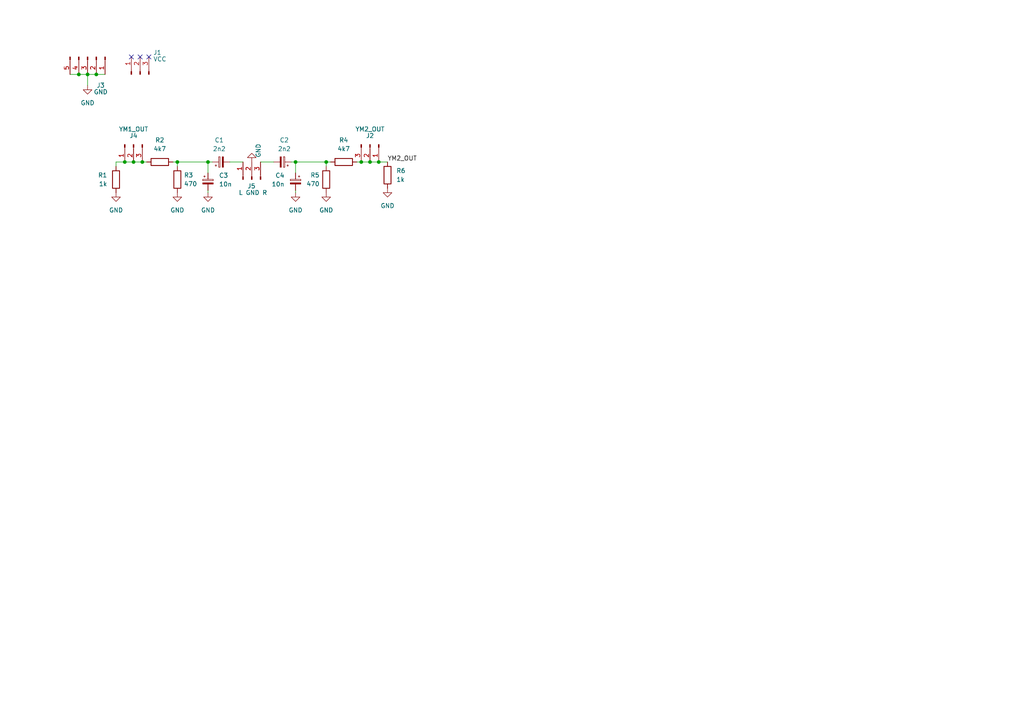
<source format=kicad_sch>
(kicad_sch (version 20211123) (generator eeschema)

  (uuid 22101a31-49a1-4bec-a161-49a31a7ce579)

  (paper "A4")

  (lib_symbols
    (symbol "Connector:Conn_01x03_Male" (pin_names (offset 1.016) hide) (in_bom yes) (on_board yes)
      (property "Reference" "J" (id 0) (at 0 5.08 0)
        (effects (font (size 1.27 1.27)))
      )
      (property "Value" "Conn_01x03_Male" (id 1) (at 0 -5.08 0)
        (effects (font (size 1.27 1.27)))
      )
      (property "Footprint" "" (id 2) (at 0 0 0)
        (effects (font (size 1.27 1.27)) hide)
      )
      (property "Datasheet" "~" (id 3) (at 0 0 0)
        (effects (font (size 1.27 1.27)) hide)
      )
      (property "ki_keywords" "connector" (id 4) (at 0 0 0)
        (effects (font (size 1.27 1.27)) hide)
      )
      (property "ki_description" "Generic connector, single row, 01x03, script generated (kicad-library-utils/schlib/autogen/connector/)" (id 5) (at 0 0 0)
        (effects (font (size 1.27 1.27)) hide)
      )
      (property "ki_fp_filters" "Connector*:*_1x??_*" (id 6) (at 0 0 0)
        (effects (font (size 1.27 1.27)) hide)
      )
      (symbol "Conn_01x03_Male_1_1"
        (polyline
          (pts
            (xy 1.27 -2.54)
            (xy 0.8636 -2.54)
          )
          (stroke (width 0.1524) (type default) (color 0 0 0 0))
          (fill (type none))
        )
        (polyline
          (pts
            (xy 1.27 0)
            (xy 0.8636 0)
          )
          (stroke (width 0.1524) (type default) (color 0 0 0 0))
          (fill (type none))
        )
        (polyline
          (pts
            (xy 1.27 2.54)
            (xy 0.8636 2.54)
          )
          (stroke (width 0.1524) (type default) (color 0 0 0 0))
          (fill (type none))
        )
        (rectangle (start 0.8636 -2.413) (end 0 -2.667)
          (stroke (width 0.1524) (type default) (color 0 0 0 0))
          (fill (type outline))
        )
        (rectangle (start 0.8636 0.127) (end 0 -0.127)
          (stroke (width 0.1524) (type default) (color 0 0 0 0))
          (fill (type outline))
        )
        (rectangle (start 0.8636 2.667) (end 0 2.413)
          (stroke (width 0.1524) (type default) (color 0 0 0 0))
          (fill (type outline))
        )
        (pin passive line (at 5.08 2.54 180) (length 3.81)
          (name "Pin_1" (effects (font (size 1.27 1.27))))
          (number "1" (effects (font (size 1.27 1.27))))
        )
        (pin passive line (at 5.08 0 180) (length 3.81)
          (name "Pin_2" (effects (font (size 1.27 1.27))))
          (number "2" (effects (font (size 1.27 1.27))))
        )
        (pin passive line (at 5.08 -2.54 180) (length 3.81)
          (name "Pin_3" (effects (font (size 1.27 1.27))))
          (number "3" (effects (font (size 1.27 1.27))))
        )
      )
    )
    (symbol "Connector:Conn_01x05_Male" (pin_names (offset 1.016) hide) (in_bom yes) (on_board yes)
      (property "Reference" "J" (id 0) (at 0 7.62 0)
        (effects (font (size 1.27 1.27)))
      )
      (property "Value" "Conn_01x05_Male" (id 1) (at 0 -7.62 0)
        (effects (font (size 1.27 1.27)))
      )
      (property "Footprint" "" (id 2) (at 0 0 0)
        (effects (font (size 1.27 1.27)) hide)
      )
      (property "Datasheet" "~" (id 3) (at 0 0 0)
        (effects (font (size 1.27 1.27)) hide)
      )
      (property "ki_keywords" "connector" (id 4) (at 0 0 0)
        (effects (font (size 1.27 1.27)) hide)
      )
      (property "ki_description" "Generic connector, single row, 01x05, script generated (kicad-library-utils/schlib/autogen/connector/)" (id 5) (at 0 0 0)
        (effects (font (size 1.27 1.27)) hide)
      )
      (property "ki_fp_filters" "Connector*:*_1x??_*" (id 6) (at 0 0 0)
        (effects (font (size 1.27 1.27)) hide)
      )
      (symbol "Conn_01x05_Male_1_1"
        (polyline
          (pts
            (xy 1.27 -5.08)
            (xy 0.8636 -5.08)
          )
          (stroke (width 0.1524) (type default) (color 0 0 0 0))
          (fill (type none))
        )
        (polyline
          (pts
            (xy 1.27 -2.54)
            (xy 0.8636 -2.54)
          )
          (stroke (width 0.1524) (type default) (color 0 0 0 0))
          (fill (type none))
        )
        (polyline
          (pts
            (xy 1.27 0)
            (xy 0.8636 0)
          )
          (stroke (width 0.1524) (type default) (color 0 0 0 0))
          (fill (type none))
        )
        (polyline
          (pts
            (xy 1.27 2.54)
            (xy 0.8636 2.54)
          )
          (stroke (width 0.1524) (type default) (color 0 0 0 0))
          (fill (type none))
        )
        (polyline
          (pts
            (xy 1.27 5.08)
            (xy 0.8636 5.08)
          )
          (stroke (width 0.1524) (type default) (color 0 0 0 0))
          (fill (type none))
        )
        (rectangle (start 0.8636 -4.953) (end 0 -5.207)
          (stroke (width 0.1524) (type default) (color 0 0 0 0))
          (fill (type outline))
        )
        (rectangle (start 0.8636 -2.413) (end 0 -2.667)
          (stroke (width 0.1524) (type default) (color 0 0 0 0))
          (fill (type outline))
        )
        (rectangle (start 0.8636 0.127) (end 0 -0.127)
          (stroke (width 0.1524) (type default) (color 0 0 0 0))
          (fill (type outline))
        )
        (rectangle (start 0.8636 2.667) (end 0 2.413)
          (stroke (width 0.1524) (type default) (color 0 0 0 0))
          (fill (type outline))
        )
        (rectangle (start 0.8636 5.207) (end 0 4.953)
          (stroke (width 0.1524) (type default) (color 0 0 0 0))
          (fill (type outline))
        )
        (pin passive line (at 5.08 5.08 180) (length 3.81)
          (name "Pin_1" (effects (font (size 1.27 1.27))))
          (number "1" (effects (font (size 1.27 1.27))))
        )
        (pin passive line (at 5.08 2.54 180) (length 3.81)
          (name "Pin_2" (effects (font (size 1.27 1.27))))
          (number "2" (effects (font (size 1.27 1.27))))
        )
        (pin passive line (at 5.08 0 180) (length 3.81)
          (name "Pin_3" (effects (font (size 1.27 1.27))))
          (number "3" (effects (font (size 1.27 1.27))))
        )
        (pin passive line (at 5.08 -2.54 180) (length 3.81)
          (name "Pin_4" (effects (font (size 1.27 1.27))))
          (number "4" (effects (font (size 1.27 1.27))))
        )
        (pin passive line (at 5.08 -5.08 180) (length 3.81)
          (name "Pin_5" (effects (font (size 1.27 1.27))))
          (number "5" (effects (font (size 1.27 1.27))))
        )
      )
    )
    (symbol "Device:C_Polarized_Small" (pin_numbers hide) (pin_names (offset 0.254) hide) (in_bom yes) (on_board yes)
      (property "Reference" "C" (id 0) (at 0.254 1.778 0)
        (effects (font (size 1.27 1.27)) (justify left))
      )
      (property "Value" "C_Polarized_Small" (id 1) (at 0.254 -2.032 0)
        (effects (font (size 1.27 1.27)) (justify left))
      )
      (property "Footprint" "" (id 2) (at 0 0 0)
        (effects (font (size 1.27 1.27)) hide)
      )
      (property "Datasheet" "~" (id 3) (at 0 0 0)
        (effects (font (size 1.27 1.27)) hide)
      )
      (property "ki_keywords" "cap capacitor" (id 4) (at 0 0 0)
        (effects (font (size 1.27 1.27)) hide)
      )
      (property "ki_description" "Polarized capacitor, small symbol" (id 5) (at 0 0 0)
        (effects (font (size 1.27 1.27)) hide)
      )
      (property "ki_fp_filters" "CP_*" (id 6) (at 0 0 0)
        (effects (font (size 1.27 1.27)) hide)
      )
      (symbol "C_Polarized_Small_0_1"
        (rectangle (start -1.524 -0.3048) (end 1.524 -0.6858)
          (stroke (width 0) (type default) (color 0 0 0 0))
          (fill (type outline))
        )
        (rectangle (start -1.524 0.6858) (end 1.524 0.3048)
          (stroke (width 0) (type default) (color 0 0 0 0))
          (fill (type none))
        )
        (polyline
          (pts
            (xy -1.27 1.524)
            (xy -0.762 1.524)
          )
          (stroke (width 0) (type default) (color 0 0 0 0))
          (fill (type none))
        )
        (polyline
          (pts
            (xy -1.016 1.27)
            (xy -1.016 1.778)
          )
          (stroke (width 0) (type default) (color 0 0 0 0))
          (fill (type none))
        )
      )
      (symbol "C_Polarized_Small_1_1"
        (pin passive line (at 0 2.54 270) (length 1.8542)
          (name "~" (effects (font (size 1.27 1.27))))
          (number "1" (effects (font (size 1.27 1.27))))
        )
        (pin passive line (at 0 -2.54 90) (length 1.8542)
          (name "~" (effects (font (size 1.27 1.27))))
          (number "2" (effects (font (size 1.27 1.27))))
        )
      )
    )
    (symbol "Device:R" (pin_numbers hide) (pin_names (offset 0)) (in_bom yes) (on_board yes)
      (property "Reference" "R" (id 0) (at 2.032 0 90)
        (effects (font (size 1.27 1.27)))
      )
      (property "Value" "R" (id 1) (at 0 0 90)
        (effects (font (size 1.27 1.27)))
      )
      (property "Footprint" "" (id 2) (at -1.778 0 90)
        (effects (font (size 1.27 1.27)) hide)
      )
      (property "Datasheet" "~" (id 3) (at 0 0 0)
        (effects (font (size 1.27 1.27)) hide)
      )
      (property "ki_keywords" "R res resistor" (id 4) (at 0 0 0)
        (effects (font (size 1.27 1.27)) hide)
      )
      (property "ki_description" "Resistor" (id 5) (at 0 0 0)
        (effects (font (size 1.27 1.27)) hide)
      )
      (property "ki_fp_filters" "R_*" (id 6) (at 0 0 0)
        (effects (font (size 1.27 1.27)) hide)
      )
      (symbol "R_0_1"
        (rectangle (start -1.016 -2.54) (end 1.016 2.54)
          (stroke (width 0.254) (type default) (color 0 0 0 0))
          (fill (type none))
        )
      )
      (symbol "R_1_1"
        (pin passive line (at 0 3.81 270) (length 1.27)
          (name "~" (effects (font (size 1.27 1.27))))
          (number "1" (effects (font (size 1.27 1.27))))
        )
        (pin passive line (at 0 -3.81 90) (length 1.27)
          (name "~" (effects (font (size 1.27 1.27))))
          (number "2" (effects (font (size 1.27 1.27))))
        )
      )
    )
    (symbol "power:GND" (power) (pin_names (offset 0)) (in_bom yes) (on_board yes)
      (property "Reference" "#PWR" (id 0) (at 0 -6.35 0)
        (effects (font (size 1.27 1.27)) hide)
      )
      (property "Value" "GND" (id 1) (at 0 -3.81 0)
        (effects (font (size 1.27 1.27)))
      )
      (property "Footprint" "" (id 2) (at 0 0 0)
        (effects (font (size 1.27 1.27)) hide)
      )
      (property "Datasheet" "" (id 3) (at 0 0 0)
        (effects (font (size 1.27 1.27)) hide)
      )
      (property "ki_keywords" "power-flag" (id 4) (at 0 0 0)
        (effects (font (size 1.27 1.27)) hide)
      )
      (property "ki_description" "Power symbol creates a global label with name \"GND\" , ground" (id 5) (at 0 0 0)
        (effects (font (size 1.27 1.27)) hide)
      )
      (symbol "GND_0_1"
        (polyline
          (pts
            (xy 0 0)
            (xy 0 -1.27)
            (xy 1.27 -1.27)
            (xy 0 -2.54)
            (xy -1.27 -1.27)
            (xy 0 -1.27)
          )
          (stroke (width 0) (type default) (color 0 0 0 0))
          (fill (type none))
        )
      )
      (symbol "GND_1_1"
        (pin power_in line (at 0 0 270) (length 0) hide
          (name "GND" (effects (font (size 1.27 1.27))))
          (number "1" (effects (font (size 1.27 1.27))))
        )
      )
    )
  )

  (junction (at 38.735 46.99) (diameter 0) (color 0 0 0 0)
    (uuid 1d2d846e-3a67-4f79-94ad-e4a88bd31973)
  )
  (junction (at 85.725 46.99) (diameter 0) (color 0 0 0 0)
    (uuid 3d5f324c-4467-489d-987b-46781fc4c70b)
  )
  (junction (at 27.94 21.59) (diameter 0) (color 0 0 0 0)
    (uuid 48bf6169-2437-4797-b578-72da4d6d7c8c)
  )
  (junction (at 36.195 46.99) (diameter 0) (color 0 0 0 0)
    (uuid 503bb976-6379-4fc2-b990-fc8f5b0f3ec7)
  )
  (junction (at 60.325 46.99) (diameter 0) (color 0 0 0 0)
    (uuid 5f1cba2c-39eb-4064-9a6d-c879dc574f69)
  )
  (junction (at 109.855 46.99) (diameter 0) (color 0 0 0 0)
    (uuid 606d6dec-7cd0-4623-b0d6-833700ed2b1c)
  )
  (junction (at 104.775 46.99) (diameter 0) (color 0 0 0 0)
    (uuid 617ea75c-9740-44ae-9b91-48f654b189aa)
  )
  (junction (at 94.615 46.99) (diameter 0) (color 0 0 0 0)
    (uuid 6fa4de18-9652-4cae-8475-52d8b69b66a0)
  )
  (junction (at 25.4 21.59) (diameter 0) (color 0 0 0 0)
    (uuid 826650ad-59fd-4875-87d7-b6dc5d9e8591)
  )
  (junction (at 22.86 21.59) (diameter 0) (color 0 0 0 0)
    (uuid bdd0cbbf-125d-4130-8025-fed0a964e6aa)
  )
  (junction (at 107.315 46.99) (diameter 0) (color 0 0 0 0)
    (uuid ddd17f31-9b44-46fa-b53c-b8ba684bb611)
  )
  (junction (at 41.275 46.99) (diameter 0) (color 0 0 0 0)
    (uuid ed8fdc95-1806-4e9e-8d51-a4c06618d26b)
  )
  (junction (at 51.435 46.99) (diameter 0) (color 0 0 0 0)
    (uuid f54c1f3f-3d80-46d5-ae77-6b0b9ce44a82)
  )

  (no_connect (at 38.1 16.51) (uuid 03412dad-ca39-458c-9d62-554f8319d7fd))
  (no_connect (at 40.64 16.51) (uuid 3bcde5d4-07f1-4f26-8f33-3bd098102f5c))
  (no_connect (at 43.18 16.51) (uuid 47e869ae-b1f6-4909-a65c-fbeec37afb55))

  (wire (pts (xy 104.775 46.99) (xy 107.315 46.99))
    (stroke (width 0) (type default) (color 0 0 0 0))
    (uuid 0494476a-6bf0-4512-9b43-eea0327a05d2)
  )
  (wire (pts (xy 51.435 46.99) (xy 60.325 46.99))
    (stroke (width 0) (type default) (color 0 0 0 0))
    (uuid 1087f919-74fe-4b79-b59a-7df2d22e007b)
  )
  (wire (pts (xy 25.4 21.59) (xy 27.94 21.59))
    (stroke (width 0) (type default) (color 0 0 0 0))
    (uuid 2037082a-52c2-4ef5-aafc-5f62c2657695)
  )
  (wire (pts (xy 107.315 46.99) (xy 109.855 46.99))
    (stroke (width 0) (type default) (color 0 0 0 0))
    (uuid 28b25102-cdb2-4a8f-8154-c2828a4357ab)
  )
  (wire (pts (xy 41.275 46.99) (xy 38.735 46.99))
    (stroke (width 0) (type default) (color 0 0 0 0))
    (uuid 2bfc8a27-657e-4dde-bf1d-594aeb3a41d3)
  )
  (wire (pts (xy 103.505 46.99) (xy 104.775 46.99))
    (stroke (width 0) (type default) (color 0 0 0 0))
    (uuid 4bf8ae35-29dd-43e0-b85a-25fa7aa929c8)
  )
  (wire (pts (xy 60.325 46.99) (xy 60.325 50.165))
    (stroke (width 0) (type default) (color 0 0 0 0))
    (uuid 53f1eb4c-8dfb-48df-941f-a585136ed116)
  )
  (wire (pts (xy 66.675 46.99) (xy 70.485 46.99))
    (stroke (width 0) (type default) (color 0 0 0 0))
    (uuid 6871e33a-3541-4ac5-bc4d-b28a08785dd6)
  )
  (wire (pts (xy 112.395 46.99) (xy 109.855 46.99))
    (stroke (width 0) (type default) (color 0 0 0 0))
    (uuid 690fdfb1-f893-4de6-8895-2f21150acee5)
  )
  (wire (pts (xy 94.615 46.99) (xy 85.725 46.99))
    (stroke (width 0) (type default) (color 0 0 0 0))
    (uuid 76ab5dec-2aab-41d0-8ed7-65b2bb866984)
  )
  (wire (pts (xy 27.94 21.59) (xy 30.48 21.59))
    (stroke (width 0) (type default) (color 0 0 0 0))
    (uuid 77097209-86de-4732-a300-14cbea846c8e)
  )
  (wire (pts (xy 38.735 46.99) (xy 36.195 46.99))
    (stroke (width 0) (type default) (color 0 0 0 0))
    (uuid 86110b75-06be-4d4f-ba2a-8fd3dd46ffaa)
  )
  (wire (pts (xy 20.32 21.59) (xy 22.86 21.59))
    (stroke (width 0) (type default) (color 0 0 0 0))
    (uuid 880bdf92-aa5d-4cf4-ae8f-8b68299dc527)
  )
  (wire (pts (xy 85.725 46.99) (xy 84.455 46.99))
    (stroke (width 0) (type default) (color 0 0 0 0))
    (uuid 8ae47f53-a6ae-49ab-9572-c8283484f020)
  )
  (wire (pts (xy 95.885 46.99) (xy 94.615 46.99))
    (stroke (width 0) (type default) (color 0 0 0 0))
    (uuid 8dcfbb29-4f17-46ff-a26e-f1f1d1968b20)
  )
  (wire (pts (xy 85.725 46.99) (xy 85.725 50.165))
    (stroke (width 0) (type default) (color 0 0 0 0))
    (uuid 9e613ef2-0175-4667-99da-4b56a5a977dd)
  )
  (wire (pts (xy 60.325 46.99) (xy 61.595 46.99))
    (stroke (width 0) (type default) (color 0 0 0 0))
    (uuid 9ed6bd4e-2b1e-4711-bdce-3ace83519a28)
  )
  (wire (pts (xy 33.655 46.99) (xy 36.195 46.99))
    (stroke (width 0) (type default) (color 0 0 0 0))
    (uuid a96b04ee-fb5b-4b3c-a9b2-e4268eac042d)
  )
  (wire (pts (xy 22.86 21.59) (xy 25.4 21.59))
    (stroke (width 0) (type default) (color 0 0 0 0))
    (uuid b77ee8c1-348d-4d47-9e81-88f9fd51a9df)
  )
  (wire (pts (xy 50.165 46.99) (xy 51.435 46.99))
    (stroke (width 0) (type default) (color 0 0 0 0))
    (uuid baaf0d44-3290-4e2f-9505-bb7b623da9c8)
  )
  (wire (pts (xy 85.725 55.245) (xy 85.725 55.88))
    (stroke (width 0) (type default) (color 0 0 0 0))
    (uuid c11eaef5-be88-4db9-a68e-7c3900e1da89)
  )
  (wire (pts (xy 42.545 46.99) (xy 41.275 46.99))
    (stroke (width 0) (type default) (color 0 0 0 0))
    (uuid c5e12ac3-8734-4a27-bd81-9552a597f5d8)
  )
  (wire (pts (xy 75.565 46.99) (xy 79.375 46.99))
    (stroke (width 0) (type default) (color 0 0 0 0))
    (uuid de53b051-f625-4b24-a730-550c017334c7)
  )
  (wire (pts (xy 60.325 55.245) (xy 60.325 55.88))
    (stroke (width 0) (type default) (color 0 0 0 0))
    (uuid e12abd0b-9838-4aaa-8399-14b181c4c12d)
  )
  (wire (pts (xy 51.435 46.99) (xy 51.435 48.26))
    (stroke (width 0) (type default) (color 0 0 0 0))
    (uuid e2ae3990-323d-4bd5-939e-3ea563dc9ace)
  )
  (wire (pts (xy 33.655 46.99) (xy 33.655 48.26))
    (stroke (width 0) (type default) (color 0 0 0 0))
    (uuid e61607a6-260c-4d0b-aef7-00f16700ca43)
  )
  (wire (pts (xy 25.4 21.59) (xy 25.4 24.765))
    (stroke (width 0) (type default) (color 0 0 0 0))
    (uuid f6e62f9d-1792-488d-a5b1-156daf6d4b2c)
  )
  (wire (pts (xy 94.615 46.99) (xy 94.615 48.26))
    (stroke (width 0) (type default) (color 0 0 0 0))
    (uuid f85590d5-7714-4b0f-995c-9036ded5d39b)
  )

  (label "YM2_OUT" (at 112.395 46.99 0)
    (effects (font (size 1.27 1.27)) (justify left bottom))
    (uuid 1e3eac19-0d46-4872-8694-44dfa58a0950)
  )

  (symbol (lib_id "power:GND") (at 85.725 55.88 0) (unit 1)
    (in_bom yes) (on_board yes) (fields_autoplaced)
    (uuid 1048b6e0-46e8-453e-8c73-077ea06f90b0)
    (property "Reference" "#PWR0108" (id 0) (at 85.725 62.23 0)
      (effects (font (size 1.27 1.27)) hide)
    )
    (property "Value" "GND" (id 1) (at 85.725 60.96 0))
    (property "Footprint" "" (id 2) (at 85.725 55.88 0)
      (effects (font (size 1.27 1.27)) hide)
    )
    (property "Datasheet" "" (id 3) (at 85.725 55.88 0)
      (effects (font (size 1.27 1.27)) hide)
    )
    (pin "1" (uuid 20332578-984d-469e-a5e6-c356c9e85ab6))
  )

  (symbol (lib_id "Connector:Conn_01x03_Male") (at 73.025 52.07 90) (unit 1)
    (in_bom yes) (on_board yes)
    (uuid 19dfb08d-72bd-4d9c-a126-e9ebe833d830)
    (property "Reference" "J5" (id 0) (at 71.755 53.975 90)
      (effects (font (size 1.27 1.27)) (justify right))
    )
    (property "Value" "L GND R" (id 1) (at 69.215 55.88 90)
      (effects (font (size 1.27 1.27)) (justify right))
    )
    (property "Footprint" "Connector_PinSocket_2.54mm:PinSocket_1x03_P2.54mm_Vertical" (id 2) (at 73.025 52.07 0)
      (effects (font (size 1.27 1.27)) hide)
    )
    (property "Datasheet" "~" (id 3) (at 73.025 52.07 0)
      (effects (font (size 1.27 1.27)) hide)
    )
    (pin "1" (uuid 9dceb683-b974-4a68-8748-5464dd9b1ee0))
    (pin "2" (uuid 23bc8bc2-8aad-4638-9ad4-ae03e62a6037))
    (pin "3" (uuid 817ad229-d77f-4a4a-abc2-e91c0650ab08))
  )

  (symbol (lib_id "Device:R") (at 46.355 46.99 90) (mirror x) (unit 1)
    (in_bom yes) (on_board yes) (fields_autoplaced)
    (uuid 28aa0b49-6ffc-4531-834b-b8ae00f54934)
    (property "Reference" "R2" (id 0) (at 46.355 40.64 90))
    (property "Value" "4k7" (id 1) (at 46.355 43.18 90))
    (property "Footprint" "Resistor_THT:R_Axial_DIN0207_L6.3mm_D2.5mm_P10.16mm_Horizontal" (id 2) (at 46.355 45.212 90)
      (effects (font (size 1.27 1.27)) hide)
    )
    (property "Datasheet" "~" (id 3) (at 46.355 46.99 0)
      (effects (font (size 1.27 1.27)) hide)
    )
    (pin "1" (uuid c10f318f-f25e-44ee-83a3-9c29cb4e1168))
    (pin "2" (uuid 8fac5d59-a366-41e3-bb05-42998a7ce390))
  )

  (symbol (lib_id "Connector:Conn_01x03_Male") (at 38.735 41.91 90) (mirror x) (unit 1)
    (in_bom yes) (on_board yes)
    (uuid 2bebf146-74d6-483a-925b-e21f6226d57d)
    (property "Reference" "J4" (id 0) (at 38.735 39.37 90))
    (property "Value" "YM1_OUT" (id 1) (at 38.735 37.465 90))
    (property "Footprint" "Connector_PinSocket_2.54mm:PinSocket_1x03_P2.54mm_Vertical" (id 2) (at 38.735 41.91 0)
      (effects (font (size 1.27 1.27)) hide)
    )
    (property "Datasheet" "~" (id 3) (at 38.735 41.91 0)
      (effects (font (size 1.27 1.27)) hide)
    )
    (pin "1" (uuid 01e3683e-3e6f-4284-9319-38e3279e4391))
    (pin "2" (uuid 2dfb33b8-497c-4fc2-923d-a482150b978a))
    (pin "3" (uuid 44122e6a-1d86-4bd1-bbdd-b9b262c94e1b))
  )

  (symbol (lib_id "Device:R") (at 112.395 50.8 0) (unit 1)
    (in_bom yes) (on_board yes) (fields_autoplaced)
    (uuid 33d59cf9-0425-4707-9635-ff80f5d6fd85)
    (property "Reference" "R6" (id 0) (at 114.935 49.5299 0)
      (effects (font (size 1.27 1.27)) (justify left))
    )
    (property "Value" "1k" (id 1) (at 114.935 52.0699 0)
      (effects (font (size 1.27 1.27)) (justify left))
    )
    (property "Footprint" "Resistor_THT:R_Axial_DIN0207_L6.3mm_D2.5mm_P10.16mm_Horizontal" (id 2) (at 110.617 50.8 90)
      (effects (font (size 1.27 1.27)) hide)
    )
    (property "Datasheet" "~" (id 3) (at 112.395 50.8 0)
      (effects (font (size 1.27 1.27)) hide)
    )
    (pin "1" (uuid 2295fbf5-5ff2-443e-9f8b-a0c8d3353ee6))
    (pin "2" (uuid 17bf85e0-c0cb-454b-a36a-61c268df9a88))
  )

  (symbol (lib_id "power:GND") (at 25.4 24.765 0) (unit 1)
    (in_bom yes) (on_board yes) (fields_autoplaced)
    (uuid 34bbccb2-5012-422a-a145-efe84b792bf7)
    (property "Reference" "#PWR0101" (id 0) (at 25.4 31.115 0)
      (effects (font (size 1.27 1.27)) hide)
    )
    (property "Value" "GND" (id 1) (at 25.4 29.845 0))
    (property "Footprint" "" (id 2) (at 25.4 24.765 0)
      (effects (font (size 1.27 1.27)) hide)
    )
    (property "Datasheet" "" (id 3) (at 25.4 24.765 0)
      (effects (font (size 1.27 1.27)) hide)
    )
    (pin "1" (uuid 71aa4a7a-b2b6-4e88-8d4a-14ecb08cd287))
  )

  (symbol (lib_id "power:GND") (at 73.025 46.99 180) (unit 1)
    (in_bom yes) (on_board yes)
    (uuid 38d4987d-f6fc-4ffb-918b-263a5cae96ba)
    (property "Reference" "#PWR0102" (id 0) (at 73.025 40.64 0)
      (effects (font (size 1.27 1.27)) hide)
    )
    (property "Value" "GND" (id 1) (at 74.93 45.7199 90)
      (effects (font (size 1.27 1.27)) (justify right))
    )
    (property "Footprint" "" (id 2) (at 73.025 46.99 0)
      (effects (font (size 1.27 1.27)) hide)
    )
    (property "Datasheet" "" (id 3) (at 73.025 46.99 0)
      (effects (font (size 1.27 1.27)) hide)
    )
    (pin "1" (uuid 0d921cf4-e18a-49da-92be-d2b4a3131220))
  )

  (symbol (lib_id "power:GND") (at 94.615 55.88 0) (unit 1)
    (in_bom yes) (on_board yes) (fields_autoplaced)
    (uuid 4ed2e2e5-1369-47f3-9706-debcb79377d1)
    (property "Reference" "#PWR0107" (id 0) (at 94.615 62.23 0)
      (effects (font (size 1.27 1.27)) hide)
    )
    (property "Value" "GND" (id 1) (at 94.615 60.96 0))
    (property "Footprint" "" (id 2) (at 94.615 55.88 0)
      (effects (font (size 1.27 1.27)) hide)
    )
    (property "Datasheet" "" (id 3) (at 94.615 55.88 0)
      (effects (font (size 1.27 1.27)) hide)
    )
    (pin "1" (uuid 50d37094-00fd-48a5-8982-1665f60a7406))
  )

  (symbol (lib_id "power:GND") (at 51.435 55.88 0) (mirror y) (unit 1)
    (in_bom yes) (on_board yes) (fields_autoplaced)
    (uuid 6af10e59-193b-4d1b-a071-411e4764430c)
    (property "Reference" "#PWR0106" (id 0) (at 51.435 62.23 0)
      (effects (font (size 1.27 1.27)) hide)
    )
    (property "Value" "GND" (id 1) (at 51.435 60.96 0))
    (property "Footprint" "" (id 2) (at 51.435 55.88 0)
      (effects (font (size 1.27 1.27)) hide)
    )
    (property "Datasheet" "" (id 3) (at 51.435 55.88 0)
      (effects (font (size 1.27 1.27)) hide)
    )
    (pin "1" (uuid 05e6dffa-2ad9-47d0-a353-1ba91c6f11b8))
  )

  (symbol (lib_id "Connector:Conn_01x05_Male") (at 25.4 16.51 270) (unit 1)
    (in_bom yes) (on_board yes)
    (uuid 6dd9cc60-bf7e-49c6-bffa-0105da628efe)
    (property "Reference" "J3" (id 0) (at 29.21 24.765 90))
    (property "Value" "GND" (id 1) (at 29.21 26.67 90))
    (property "Footprint" "Connector_PinSocket_2.54mm:PinSocket_1x05_P2.54mm_Vertical" (id 2) (at 25.4 16.51 0)
      (effects (font (size 1.27 1.27)) hide)
    )
    (property "Datasheet" "~" (id 3) (at 25.4 16.51 0)
      (effects (font (size 1.27 1.27)) hide)
    )
    (pin "1" (uuid 4089e208-9b94-483a-a9d1-4bbdec6afb92))
    (pin "2" (uuid 5cbd16c1-21de-4087-8b5d-6b4cb528b9ea))
    (pin "3" (uuid d99d6498-c6c9-4f9e-a5cf-aa2f62010c44))
    (pin "4" (uuid 6d959b17-366a-4802-bf5b-7ae9c404f8fb))
    (pin "5" (uuid 8b4377a8-8f08-4b5b-9b44-456e9e80efa1))
  )

  (symbol (lib_id "Device:C_Polarized_Small") (at 85.725 52.705 0) (mirror y) (unit 1)
    (in_bom yes) (on_board yes) (fields_autoplaced)
    (uuid 7d0e6f54-5c98-4eb9-82f4-3f027769cb5a)
    (property "Reference" "C4" (id 0) (at 82.55 50.8888 0)
      (effects (font (size 1.27 1.27)) (justify left))
    )
    (property "Value" "10n" (id 1) (at 82.55 53.4288 0)
      (effects (font (size 1.27 1.27)) (justify left))
    )
    (property "Footprint" "Capacitor_THT:CP_Radial_D5.0mm_P2.50mm" (id 2) (at 85.725 52.705 0)
      (effects (font (size 1.27 1.27)) hide)
    )
    (property "Datasheet" "~" (id 3) (at 85.725 52.705 0)
      (effects (font (size 1.27 1.27)) hide)
    )
    (pin "1" (uuid 6e8e9840-1fa6-4ffa-8e25-bda8b44b079f))
    (pin "2" (uuid d1500436-c6a4-4e2d-909e-e8df58ec4291))
  )

  (symbol (lib_id "Device:R") (at 51.435 52.07 0) (mirror y) (unit 1)
    (in_bom yes) (on_board yes) (fields_autoplaced)
    (uuid 87e91031-9c0c-49a7-9596-806a0082e780)
    (property "Reference" "R3" (id 0) (at 53.34 50.7999 0)
      (effects (font (size 1.27 1.27)) (justify right))
    )
    (property "Value" "470" (id 1) (at 53.34 53.3399 0)
      (effects (font (size 1.27 1.27)) (justify right))
    )
    (property "Footprint" "Resistor_THT:R_Axial_DIN0207_L6.3mm_D2.5mm_P10.16mm_Horizontal" (id 2) (at 53.213 52.07 90)
      (effects (font (size 1.27 1.27)) hide)
    )
    (property "Datasheet" "~" (id 3) (at 51.435 52.07 0)
      (effects (font (size 1.27 1.27)) hide)
    )
    (pin "1" (uuid 18608a46-2858-4206-9487-3ce4d5672b72))
    (pin "2" (uuid 4fad072d-1262-45f2-a3e4-16ede2c08fa6))
  )

  (symbol (lib_id "power:GND") (at 33.655 55.88 0) (mirror y) (unit 1)
    (in_bom yes) (on_board yes) (fields_autoplaced)
    (uuid 9250ff24-e206-40c0-b6e0-061987491d31)
    (property "Reference" "#PWR0103" (id 0) (at 33.655 62.23 0)
      (effects (font (size 1.27 1.27)) hide)
    )
    (property "Value" "GND" (id 1) (at 33.655 60.96 0))
    (property "Footprint" "" (id 2) (at 33.655 55.88 0)
      (effects (font (size 1.27 1.27)) hide)
    )
    (property "Datasheet" "" (id 3) (at 33.655 55.88 0)
      (effects (font (size 1.27 1.27)) hide)
    )
    (pin "1" (uuid 2095a7d6-1cd4-47ce-9712-b66a04f13e66))
  )

  (symbol (lib_id "Device:R") (at 99.695 46.99 270) (unit 1)
    (in_bom yes) (on_board yes) (fields_autoplaced)
    (uuid 97d4a9e5-00b8-4a2f-884d-807c85526468)
    (property "Reference" "R4" (id 0) (at 99.695 40.64 90))
    (property "Value" "4k7" (id 1) (at 99.695 43.18 90))
    (property "Footprint" "Resistor_THT:R_Axial_DIN0207_L6.3mm_D2.5mm_P10.16mm_Horizontal" (id 2) (at 99.695 45.212 90)
      (effects (font (size 1.27 1.27)) hide)
    )
    (property "Datasheet" "~" (id 3) (at 99.695 46.99 0)
      (effects (font (size 1.27 1.27)) hide)
    )
    (pin "1" (uuid e1b451ed-4d1a-4a42-a46e-52304c4c3097))
    (pin "2" (uuid 8085123d-38ff-4a29-b345-6a25c1b90701))
  )

  (symbol (lib_id "Connector:Conn_01x03_Male") (at 40.64 21.59 90) (unit 1)
    (in_bom yes) (on_board yes)
    (uuid 9906ab42-d357-4a82-8ba8-4fc9006184ba)
    (property "Reference" "J1" (id 0) (at 44.45 15.24 90)
      (effects (font (size 1.27 1.27)) (justify right))
    )
    (property "Value" "VCC" (id 1) (at 44.45 17.145 90)
      (effects (font (size 1.27 1.27)) (justify right))
    )
    (property "Footprint" "Connector_PinSocket_2.54mm:PinSocket_1x03_P2.54mm_Vertical" (id 2) (at 40.64 21.59 0)
      (effects (font (size 1.27 1.27)) hide)
    )
    (property "Datasheet" "~" (id 3) (at 40.64 21.59 0)
      (effects (font (size 1.27 1.27)) hide)
    )
    (pin "1" (uuid e5d9125d-0760-431e-a90c-94f1f6022074))
    (pin "2" (uuid 5faf91a0-6439-44e9-8c39-15dbaf6ae071))
    (pin "3" (uuid 59ca325c-ac84-4fc6-b393-b1390d0ac12f))
  )

  (symbol (lib_id "power:GND") (at 112.395 54.61 0) (unit 1)
    (in_bom yes) (on_board yes) (fields_autoplaced)
    (uuid a1bf1b81-0b67-428d-85af-39ca8d9b9e48)
    (property "Reference" "#PWR0105" (id 0) (at 112.395 60.96 0)
      (effects (font (size 1.27 1.27)) hide)
    )
    (property "Value" "GND" (id 1) (at 112.395 59.69 0))
    (property "Footprint" "" (id 2) (at 112.395 54.61 0)
      (effects (font (size 1.27 1.27)) hide)
    )
    (property "Datasheet" "" (id 3) (at 112.395 54.61 0)
      (effects (font (size 1.27 1.27)) hide)
    )
    (pin "1" (uuid c6f68db0-106f-45ee-8951-938be6d3cff7))
  )

  (symbol (lib_id "Device:R") (at 94.615 52.07 0) (unit 1)
    (in_bom yes) (on_board yes) (fields_autoplaced)
    (uuid ae4a9a4b-d59d-4436-8f47-7bbec5745d52)
    (property "Reference" "R5" (id 0) (at 92.71 50.7999 0)
      (effects (font (size 1.27 1.27)) (justify right))
    )
    (property "Value" "470" (id 1) (at 92.71 53.3399 0)
      (effects (font (size 1.27 1.27)) (justify right))
    )
    (property "Footprint" "Resistor_THT:R_Axial_DIN0207_L6.3mm_D2.5mm_P10.16mm_Horizontal" (id 2) (at 92.837 52.07 90)
      (effects (font (size 1.27 1.27)) hide)
    )
    (property "Datasheet" "~" (id 3) (at 94.615 52.07 0)
      (effects (font (size 1.27 1.27)) hide)
    )
    (pin "1" (uuid 772816f6-ee4d-4986-94cf-d2e812ba3b72))
    (pin "2" (uuid 41f8f9b4-5db1-43dc-ba38-101a889007f5))
  )

  (symbol (lib_id "Connector:Conn_01x03_Male") (at 107.315 41.91 270) (unit 1)
    (in_bom yes) (on_board yes)
    (uuid b173a0f5-5629-4abf-bd6a-400ea6543c3c)
    (property "Reference" "J2" (id 0) (at 107.315 39.37 90))
    (property "Value" "YM2_OUT" (id 1) (at 107.315 37.465 90))
    (property "Footprint" "Connector_PinSocket_2.54mm:PinSocket_1x03_P2.54mm_Vertical" (id 2) (at 107.315 41.91 0)
      (effects (font (size 1.27 1.27)) hide)
    )
    (property "Datasheet" "~" (id 3) (at 107.315 41.91 0)
      (effects (font (size 1.27 1.27)) hide)
    )
    (pin "1" (uuid 515a86e7-b32d-467b-b6ee-28684f7cfcdb))
    (pin "2" (uuid dc370a1e-4bc4-480e-b213-7066045bf866))
    (pin "3" (uuid 78c24869-f008-4eed-a848-fa5a403b47e8))
  )

  (symbol (lib_id "Device:C_Polarized_Small") (at 81.915 46.99 270) (mirror x) (unit 1)
    (in_bom yes) (on_board yes) (fields_autoplaced)
    (uuid be4a3f85-eaf5-4dbb-8314-6fbbce80c5d9)
    (property "Reference" "C2" (id 0) (at 82.4611 40.64 90))
    (property "Value" "2n2" (id 1) (at 82.4611 43.18 90))
    (property "Footprint" "Capacitor_THT:CP_Radial_D5.0mm_P2.50mm" (id 2) (at 81.915 46.99 0)
      (effects (font (size 1.27 1.27)) hide)
    )
    (property "Datasheet" "~" (id 3) (at 81.915 46.99 0)
      (effects (font (size 1.27 1.27)) hide)
    )
    (pin "1" (uuid 52dd64c7-f707-49eb-9eed-f4d3a55a50eb))
    (pin "2" (uuid dd2ba29d-5408-43f0-927e-f12ba4a04bc6))
  )

  (symbol (lib_id "Device:R") (at 33.655 52.07 0) (mirror y) (unit 1)
    (in_bom yes) (on_board yes) (fields_autoplaced)
    (uuid d7e27d32-c57c-422b-bdf2-af72eb7c64ef)
    (property "Reference" "R1" (id 0) (at 31.115 50.7999 0)
      (effects (font (size 1.27 1.27)) (justify left))
    )
    (property "Value" "1k" (id 1) (at 31.115 53.3399 0)
      (effects (font (size 1.27 1.27)) (justify left))
    )
    (property "Footprint" "Resistor_THT:R_Axial_DIN0207_L6.3mm_D2.5mm_P10.16mm_Horizontal" (id 2) (at 35.433 52.07 90)
      (effects (font (size 1.27 1.27)) hide)
    )
    (property "Datasheet" "~" (id 3) (at 33.655 52.07 0)
      (effects (font (size 1.27 1.27)) hide)
    )
    (pin "1" (uuid d7525e4a-fd53-4487-8fb3-67545b7a26c2))
    (pin "2" (uuid 75a1ef9c-5cf2-40f8-a5cf-895218ea2725))
  )

  (symbol (lib_id "power:GND") (at 60.325 55.88 0) (mirror y) (unit 1)
    (in_bom yes) (on_board yes) (fields_autoplaced)
    (uuid ee92a5da-ac58-4936-8e1e-6d8ea75ee8c3)
    (property "Reference" "#PWR0104" (id 0) (at 60.325 62.23 0)
      (effects (font (size 1.27 1.27)) hide)
    )
    (property "Value" "GND" (id 1) (at 60.325 60.96 0))
    (property "Footprint" "" (id 2) (at 60.325 55.88 0)
      (effects (font (size 1.27 1.27)) hide)
    )
    (property "Datasheet" "" (id 3) (at 60.325 55.88 0)
      (effects (font (size 1.27 1.27)) hide)
    )
    (pin "1" (uuid dd3678ad-bf7d-444f-83ff-1ee25f0cdc42))
  )

  (symbol (lib_id "Device:C_Polarized_Small") (at 64.135 46.99 90) (unit 1)
    (in_bom yes) (on_board yes) (fields_autoplaced)
    (uuid f60b8c7b-10b5-43af-98f3-ca3cc7c683b8)
    (property "Reference" "C1" (id 0) (at 63.5889 40.64 90))
    (property "Value" "2n2" (id 1) (at 63.5889 43.18 90))
    (property "Footprint" "Capacitor_THT:CP_Radial_D5.0mm_P2.50mm" (id 2) (at 64.135 46.99 0)
      (effects (font (size 1.27 1.27)) hide)
    )
    (property "Datasheet" "~" (id 3) (at 64.135 46.99 0)
      (effects (font (size 1.27 1.27)) hide)
    )
    (pin "1" (uuid b43c2b89-eb7f-4548-825a-dde37b51e271))
    (pin "2" (uuid e3a52c86-2be0-4053-919f-6dc6f87b03f6))
  )

  (symbol (lib_id "Device:C_Polarized_Small") (at 60.325 52.705 0) (unit 1)
    (in_bom yes) (on_board yes) (fields_autoplaced)
    (uuid f8d0ff37-743c-41ac-95ce-c891317e9d1a)
    (property "Reference" "C3" (id 0) (at 63.5 50.8888 0)
      (effects (font (size 1.27 1.27)) (justify left))
    )
    (property "Value" "10n" (id 1) (at 63.5 53.4288 0)
      (effects (font (size 1.27 1.27)) (justify left))
    )
    (property "Footprint" "Capacitor_THT:CP_Radial_D5.0mm_P2.50mm" (id 2) (at 60.325 52.705 0)
      (effects (font (size 1.27 1.27)) hide)
    )
    (property "Datasheet" "~" (id 3) (at 60.325 52.705 0)
      (effects (font (size 1.27 1.27)) hide)
    )
    (pin "1" (uuid ed06786e-ae36-409a-b115-590ce2017817))
    (pin "2" (uuid 0bc99c42-80c8-41d4-9cd3-f4c76dc4089f))
  )

  (sheet_instances
    (path "/" (page "1"))
  )

  (symbol_instances
    (path "/34bbccb2-5012-422a-a145-efe84b792bf7"
      (reference "#PWR0101") (unit 1) (value "GND") (footprint "")
    )
    (path "/38d4987d-f6fc-4ffb-918b-263a5cae96ba"
      (reference "#PWR0102") (unit 1) (value "GND") (footprint "")
    )
    (path "/9250ff24-e206-40c0-b6e0-061987491d31"
      (reference "#PWR0103") (unit 1) (value "GND") (footprint "")
    )
    (path "/ee92a5da-ac58-4936-8e1e-6d8ea75ee8c3"
      (reference "#PWR0104") (unit 1) (value "GND") (footprint "")
    )
    (path "/a1bf1b81-0b67-428d-85af-39ca8d9b9e48"
      (reference "#PWR0105") (unit 1) (value "GND") (footprint "")
    )
    (path "/6af10e59-193b-4d1b-a071-411e4764430c"
      (reference "#PWR0106") (unit 1) (value "GND") (footprint "")
    )
    (path "/4ed2e2e5-1369-47f3-9706-debcb79377d1"
      (reference "#PWR0107") (unit 1) (value "GND") (footprint "")
    )
    (path "/1048b6e0-46e8-453e-8c73-077ea06f90b0"
      (reference "#PWR0108") (unit 1) (value "GND") (footprint "")
    )
    (path "/f60b8c7b-10b5-43af-98f3-ca3cc7c683b8"
      (reference "C1") (unit 1) (value "2n2") (footprint "Capacitor_THT:CP_Radial_D5.0mm_P2.50mm")
    )
    (path "/be4a3f85-eaf5-4dbb-8314-6fbbce80c5d9"
      (reference "C2") (unit 1) (value "2n2") (footprint "Capacitor_THT:CP_Radial_D5.0mm_P2.50mm")
    )
    (path "/f8d0ff37-743c-41ac-95ce-c891317e9d1a"
      (reference "C3") (unit 1) (value "10n") (footprint "Capacitor_THT:CP_Radial_D5.0mm_P2.50mm")
    )
    (path "/7d0e6f54-5c98-4eb9-82f4-3f027769cb5a"
      (reference "C4") (unit 1) (value "10n") (footprint "Capacitor_THT:CP_Radial_D5.0mm_P2.50mm")
    )
    (path "/9906ab42-d357-4a82-8ba8-4fc9006184ba"
      (reference "J1") (unit 1) (value "VCC") (footprint "Connector_PinSocket_2.54mm:PinSocket_1x03_P2.54mm_Vertical")
    )
    (path "/b173a0f5-5629-4abf-bd6a-400ea6543c3c"
      (reference "J2") (unit 1) (value "YM2_OUT") (footprint "Connector_PinSocket_2.54mm:PinSocket_1x03_P2.54mm_Vertical")
    )
    (path "/6dd9cc60-bf7e-49c6-bffa-0105da628efe"
      (reference "J3") (unit 1) (value "GND") (footprint "Connector_PinSocket_2.54mm:PinSocket_1x05_P2.54mm_Vertical")
    )
    (path "/2bebf146-74d6-483a-925b-e21f6226d57d"
      (reference "J4") (unit 1) (value "YM1_OUT") (footprint "Connector_PinSocket_2.54mm:PinSocket_1x03_P2.54mm_Vertical")
    )
    (path "/19dfb08d-72bd-4d9c-a126-e9ebe833d830"
      (reference "J5") (unit 1) (value "L GND R") (footprint "Connector_PinSocket_2.54mm:PinSocket_1x03_P2.54mm_Vertical")
    )
    (path "/d7e27d32-c57c-422b-bdf2-af72eb7c64ef"
      (reference "R1") (unit 1) (value "1k") (footprint "Resistor_THT:R_Axial_DIN0207_L6.3mm_D2.5mm_P10.16mm_Horizontal")
    )
    (path "/28aa0b49-6ffc-4531-834b-b8ae00f54934"
      (reference "R2") (unit 1) (value "4k7") (footprint "Resistor_THT:R_Axial_DIN0207_L6.3mm_D2.5mm_P10.16mm_Horizontal")
    )
    (path "/87e91031-9c0c-49a7-9596-806a0082e780"
      (reference "R3") (unit 1) (value "470") (footprint "Resistor_THT:R_Axial_DIN0207_L6.3mm_D2.5mm_P10.16mm_Horizontal")
    )
    (path "/97d4a9e5-00b8-4a2f-884d-807c85526468"
      (reference "R4") (unit 1) (value "4k7") (footprint "Resistor_THT:R_Axial_DIN0207_L6.3mm_D2.5mm_P10.16mm_Horizontal")
    )
    (path "/ae4a9a4b-d59d-4436-8f47-7bbec5745d52"
      (reference "R5") (unit 1) (value "470") (footprint "Resistor_THT:R_Axial_DIN0207_L6.3mm_D2.5mm_P10.16mm_Horizontal")
    )
    (path "/33d59cf9-0425-4707-9635-ff80f5d6fd85"
      (reference "R6") (unit 1) (value "1k") (footprint "Resistor_THT:R_Axial_DIN0207_L6.3mm_D2.5mm_P10.16mm_Horizontal")
    )
  )
)

</source>
